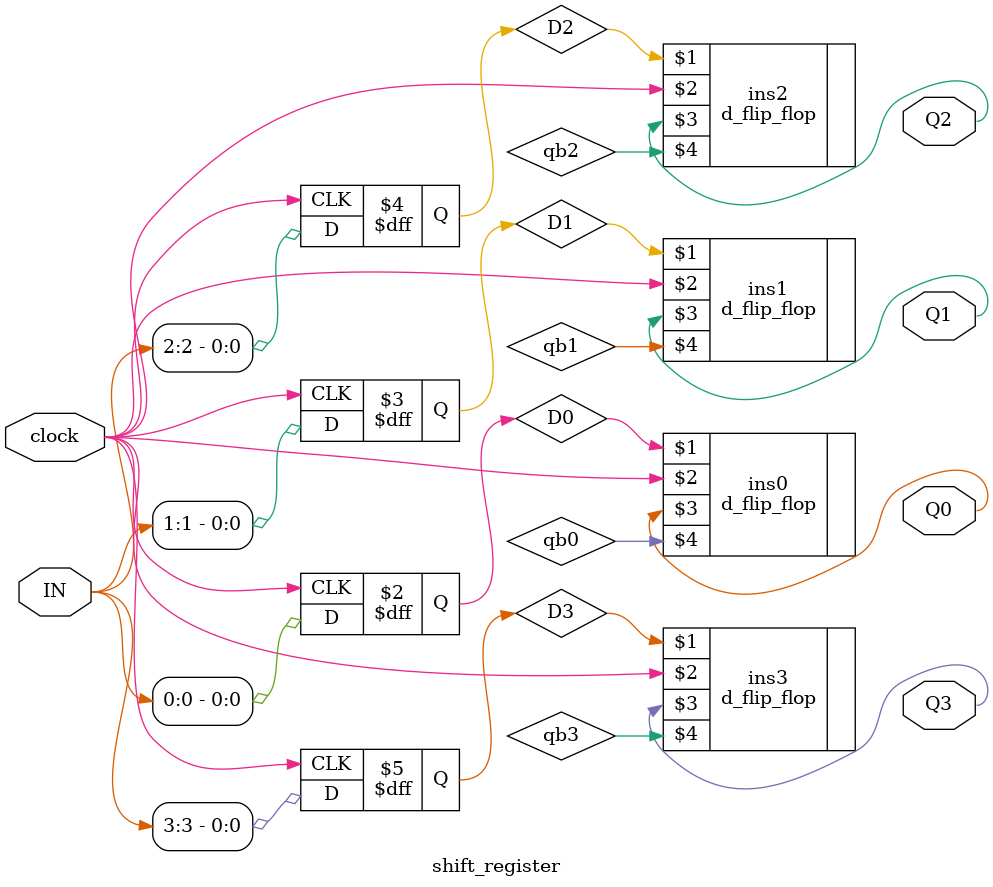
<source format=v>

  module shift_register(IN, clock, Q0, Q1, Q2, Q3);
	input [0:3] IN;
	input clock;
	output wire Q0, Q1, Q2, Q3;
	reg D0, D1, D2, D3;
	wire qb0, qb1, qb2, qb3;
	
	d_flip_flop ins0(D0, clock, Q0, qb0);
	d_flip_flop ins1(D1, clock, Q1, qb1);
	d_flip_flop ins2(D2, clock, Q2, qb2);
	d_flip_flop ins3(D3, clock, Q3, qb3);

	always @ (posedge clock)
		if (clock)
			begin
				D0 = IN[0];
				D1 = IN[1];
				D2 = IN[2];
				D3 = IN[3];
			end

  endmodule
</source>
